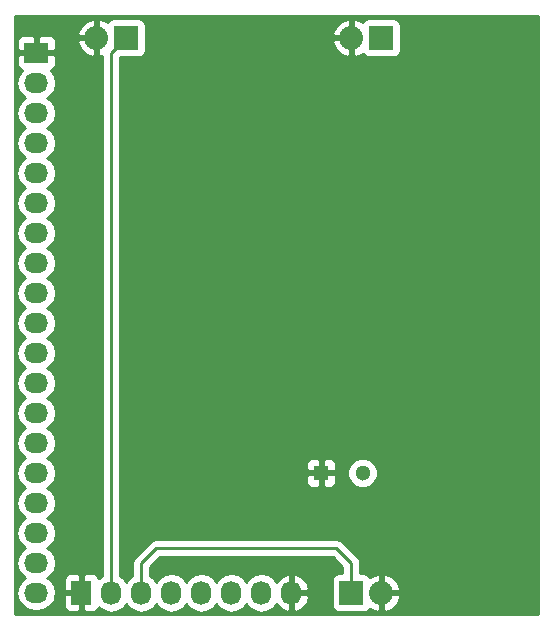
<source format=gbl>
G04 #@! TF.FileFunction,Copper,L2,Bot,Signal*
%FSLAX46Y46*%
G04 Gerber Fmt 4.6, Leading zero omitted, Abs format (unit mm)*
G04 Created by KiCad (PCBNEW 4.0.4+e1-6308~48~ubuntu16.04.1-stable) date Fri Dec  2 11:08:50 2016*
%MOMM*%
%LPD*%
G01*
G04 APERTURE LIST*
%ADD10C,0.100000*%
%ADD11R,2.032000X2.032000*%
%ADD12O,2.032000X2.032000*%
%ADD13R,1.727200X2.032000*%
%ADD14O,1.727200X2.032000*%
%ADD15R,2.032000X1.727200*%
%ADD16O,2.032000X1.727200*%
%ADD17C,1.300000*%
%ADD18R,1.300000X1.300000*%
%ADD19C,0.250000*%
%ADD20C,0.254000*%
G04 APERTURE END LIST*
D10*
D11*
X90170000Y-87630000D03*
D12*
X87630000Y-87630000D03*
D11*
X68580000Y-87630000D03*
D12*
X66040000Y-87630000D03*
D13*
X64770000Y-134620000D03*
D14*
X67310000Y-134620000D03*
X69850000Y-134620000D03*
X72390000Y-134620000D03*
X74930000Y-134620000D03*
X77470000Y-134620000D03*
X80010000Y-134620000D03*
X82550000Y-134620000D03*
D11*
X87630000Y-134620000D03*
D12*
X90170000Y-134620000D03*
D15*
X60960000Y-88900000D03*
D16*
X60960000Y-91440000D03*
X60960000Y-93980000D03*
X60960000Y-96520000D03*
X60960000Y-99060000D03*
X60960000Y-101600000D03*
X60960000Y-104140000D03*
X60960000Y-106680000D03*
X60960000Y-109220000D03*
X60960000Y-111760000D03*
X60960000Y-114300000D03*
X60960000Y-116840000D03*
X60960000Y-119380000D03*
X60960000Y-121920000D03*
X60960000Y-124460000D03*
X60960000Y-127000000D03*
X60960000Y-129540000D03*
X60960000Y-132080000D03*
X60960000Y-134620000D03*
D17*
X88590000Y-124460000D03*
D18*
X85090000Y-124460000D03*
D19*
X67310000Y-134620000D02*
X67310000Y-88900000D01*
X67310000Y-88900000D02*
X68580000Y-87630000D01*
X69850000Y-134620000D02*
X69850000Y-132080000D01*
X69850000Y-132080000D02*
X71120000Y-130810000D01*
X87630000Y-132080000D02*
X87630000Y-134620000D01*
X86360000Y-130810000D02*
X87630000Y-132080000D01*
X71120000Y-130810000D02*
X86360000Y-130810000D01*
D20*
G36*
X103430000Y-136450000D02*
X59130000Y-136450000D01*
X59130000Y-91440000D01*
X59276655Y-91440000D01*
X59390729Y-92013489D01*
X59715585Y-92499670D01*
X60030366Y-92710000D01*
X59715585Y-92920330D01*
X59390729Y-93406511D01*
X59276655Y-93980000D01*
X59390729Y-94553489D01*
X59715585Y-95039670D01*
X60030366Y-95250000D01*
X59715585Y-95460330D01*
X59390729Y-95946511D01*
X59276655Y-96520000D01*
X59390729Y-97093489D01*
X59715585Y-97579670D01*
X60030366Y-97790000D01*
X59715585Y-98000330D01*
X59390729Y-98486511D01*
X59276655Y-99060000D01*
X59390729Y-99633489D01*
X59715585Y-100119670D01*
X60030366Y-100330000D01*
X59715585Y-100540330D01*
X59390729Y-101026511D01*
X59276655Y-101600000D01*
X59390729Y-102173489D01*
X59715585Y-102659670D01*
X60030366Y-102870000D01*
X59715585Y-103080330D01*
X59390729Y-103566511D01*
X59276655Y-104140000D01*
X59390729Y-104713489D01*
X59715585Y-105199670D01*
X60030366Y-105410000D01*
X59715585Y-105620330D01*
X59390729Y-106106511D01*
X59276655Y-106680000D01*
X59390729Y-107253489D01*
X59715585Y-107739670D01*
X60030366Y-107950000D01*
X59715585Y-108160330D01*
X59390729Y-108646511D01*
X59276655Y-109220000D01*
X59390729Y-109793489D01*
X59715585Y-110279670D01*
X60030366Y-110490000D01*
X59715585Y-110700330D01*
X59390729Y-111186511D01*
X59276655Y-111760000D01*
X59390729Y-112333489D01*
X59715585Y-112819670D01*
X60030366Y-113030000D01*
X59715585Y-113240330D01*
X59390729Y-113726511D01*
X59276655Y-114300000D01*
X59390729Y-114873489D01*
X59715585Y-115359670D01*
X60030366Y-115570000D01*
X59715585Y-115780330D01*
X59390729Y-116266511D01*
X59276655Y-116840000D01*
X59390729Y-117413489D01*
X59715585Y-117899670D01*
X60030366Y-118110000D01*
X59715585Y-118320330D01*
X59390729Y-118806511D01*
X59276655Y-119380000D01*
X59390729Y-119953489D01*
X59715585Y-120439670D01*
X60030366Y-120650000D01*
X59715585Y-120860330D01*
X59390729Y-121346511D01*
X59276655Y-121920000D01*
X59390729Y-122493489D01*
X59715585Y-122979670D01*
X60030366Y-123190000D01*
X59715585Y-123400330D01*
X59390729Y-123886511D01*
X59276655Y-124460000D01*
X59390729Y-125033489D01*
X59715585Y-125519670D01*
X60030366Y-125730000D01*
X59715585Y-125940330D01*
X59390729Y-126426511D01*
X59276655Y-127000000D01*
X59390729Y-127573489D01*
X59715585Y-128059670D01*
X60030366Y-128270000D01*
X59715585Y-128480330D01*
X59390729Y-128966511D01*
X59276655Y-129540000D01*
X59390729Y-130113489D01*
X59715585Y-130599670D01*
X60030366Y-130810000D01*
X59715585Y-131020330D01*
X59390729Y-131506511D01*
X59276655Y-132080000D01*
X59390729Y-132653489D01*
X59715585Y-133139670D01*
X60030366Y-133350000D01*
X59715585Y-133560330D01*
X59390729Y-134046511D01*
X59276655Y-134620000D01*
X59390729Y-135193489D01*
X59715585Y-135679670D01*
X60201766Y-136004526D01*
X60775255Y-136118600D01*
X61144745Y-136118600D01*
X61718234Y-136004526D01*
X62204415Y-135679670D01*
X62529271Y-135193489D01*
X62586505Y-134905750D01*
X63271400Y-134905750D01*
X63271400Y-135762310D01*
X63368073Y-135995699D01*
X63546702Y-136174327D01*
X63780091Y-136271000D01*
X64484250Y-136271000D01*
X64643000Y-136112250D01*
X64643000Y-134747000D01*
X63430150Y-134747000D01*
X63271400Y-134905750D01*
X62586505Y-134905750D01*
X62643345Y-134620000D01*
X62529271Y-134046511D01*
X62204415Y-133560330D01*
X62080736Y-133477690D01*
X63271400Y-133477690D01*
X63271400Y-134334250D01*
X63430150Y-134493000D01*
X64643000Y-134493000D01*
X64643000Y-133127750D01*
X64897000Y-133127750D01*
X64897000Y-134493000D01*
X64917000Y-134493000D01*
X64917000Y-134747000D01*
X64897000Y-134747000D01*
X64897000Y-136112250D01*
X65055750Y-136271000D01*
X65759909Y-136271000D01*
X65993298Y-136174327D01*
X66171927Y-135995699D01*
X66235500Y-135842220D01*
X66250330Y-135864415D01*
X66736511Y-136189271D01*
X67310000Y-136303345D01*
X67883489Y-136189271D01*
X68369670Y-135864415D01*
X68580000Y-135549634D01*
X68790330Y-135864415D01*
X69276511Y-136189271D01*
X69850000Y-136303345D01*
X70423489Y-136189271D01*
X70909670Y-135864415D01*
X71120000Y-135549634D01*
X71330330Y-135864415D01*
X71816511Y-136189271D01*
X72390000Y-136303345D01*
X72963489Y-136189271D01*
X73449670Y-135864415D01*
X73660000Y-135549634D01*
X73870330Y-135864415D01*
X74356511Y-136189271D01*
X74930000Y-136303345D01*
X75503489Y-136189271D01*
X75989670Y-135864415D01*
X76200000Y-135549634D01*
X76410330Y-135864415D01*
X76896511Y-136189271D01*
X77470000Y-136303345D01*
X78043489Y-136189271D01*
X78529670Y-135864415D01*
X78740000Y-135549634D01*
X78950330Y-135864415D01*
X79436511Y-136189271D01*
X80010000Y-136303345D01*
X80583489Y-136189271D01*
X81069670Y-135864415D01*
X81276461Y-135554931D01*
X81647964Y-135970732D01*
X82175209Y-136224709D01*
X82190974Y-136227358D01*
X82423000Y-136106217D01*
X82423000Y-134747000D01*
X82677000Y-134747000D01*
X82677000Y-136106217D01*
X82909026Y-136227358D01*
X82924791Y-136224709D01*
X83452036Y-135970732D01*
X83841954Y-135534320D01*
X84035184Y-134981913D01*
X83890924Y-134747000D01*
X82677000Y-134747000D01*
X82423000Y-134747000D01*
X82403000Y-134747000D01*
X82403000Y-134493000D01*
X82423000Y-134493000D01*
X82423000Y-133133783D01*
X82677000Y-133133783D01*
X82677000Y-134493000D01*
X83890924Y-134493000D01*
X84035184Y-134258087D01*
X83841954Y-133705680D01*
X83452036Y-133269268D01*
X82924791Y-133015291D01*
X82909026Y-133012642D01*
X82677000Y-133133783D01*
X82423000Y-133133783D01*
X82190974Y-133012642D01*
X82175209Y-133015291D01*
X81647964Y-133269268D01*
X81276461Y-133685069D01*
X81069670Y-133375585D01*
X80583489Y-133050729D01*
X80010000Y-132936655D01*
X79436511Y-133050729D01*
X78950330Y-133375585D01*
X78740000Y-133690366D01*
X78529670Y-133375585D01*
X78043489Y-133050729D01*
X77470000Y-132936655D01*
X76896511Y-133050729D01*
X76410330Y-133375585D01*
X76200000Y-133690366D01*
X75989670Y-133375585D01*
X75503489Y-133050729D01*
X74930000Y-132936655D01*
X74356511Y-133050729D01*
X73870330Y-133375585D01*
X73660000Y-133690366D01*
X73449670Y-133375585D01*
X72963489Y-133050729D01*
X72390000Y-132936655D01*
X71816511Y-133050729D01*
X71330330Y-133375585D01*
X71120000Y-133690366D01*
X70909670Y-133375585D01*
X70610000Y-133175352D01*
X70610000Y-132394802D01*
X71434802Y-131570000D01*
X86045198Y-131570000D01*
X86870000Y-132394802D01*
X86870000Y-132956560D01*
X86614000Y-132956560D01*
X86378683Y-133000838D01*
X86162559Y-133139910D01*
X86017569Y-133352110D01*
X85966560Y-133604000D01*
X85966560Y-135636000D01*
X86010838Y-135871317D01*
X86149910Y-136087441D01*
X86362110Y-136232431D01*
X86614000Y-136283440D01*
X88646000Y-136283440D01*
X88881317Y-136239162D01*
X89097441Y-136100090D01*
X89197856Y-135953128D01*
X89201621Y-135957188D01*
X89787054Y-136225983D01*
X90043000Y-136107367D01*
X90043000Y-134747000D01*
X90297000Y-134747000D01*
X90297000Y-136107367D01*
X90552946Y-136225983D01*
X91138379Y-135957188D01*
X91576385Y-135484818D01*
X91775975Y-135002944D01*
X91656836Y-134747000D01*
X90297000Y-134747000D01*
X90043000Y-134747000D01*
X90023000Y-134747000D01*
X90023000Y-134493000D01*
X90043000Y-134493000D01*
X90043000Y-133132633D01*
X90297000Y-133132633D01*
X90297000Y-134493000D01*
X91656836Y-134493000D01*
X91775975Y-134237056D01*
X91576385Y-133755182D01*
X91138379Y-133282812D01*
X90552946Y-133014017D01*
X90297000Y-133132633D01*
X90043000Y-133132633D01*
X89787054Y-133014017D01*
X89201621Y-133282812D01*
X89197066Y-133287724D01*
X89110090Y-133152559D01*
X88897890Y-133007569D01*
X88646000Y-132956560D01*
X88390000Y-132956560D01*
X88390000Y-132080000D01*
X88332148Y-131789161D01*
X88332148Y-131789160D01*
X88167401Y-131542599D01*
X86897401Y-130272599D01*
X86650839Y-130107852D01*
X86360000Y-130050000D01*
X71120000Y-130050000D01*
X70829160Y-130107852D01*
X70582599Y-130272599D01*
X69312599Y-131542599D01*
X69147852Y-131789161D01*
X69090000Y-132080000D01*
X69090000Y-133175352D01*
X68790330Y-133375585D01*
X68580000Y-133690366D01*
X68369670Y-133375585D01*
X68070000Y-133175352D01*
X68070000Y-124745750D01*
X83805000Y-124745750D01*
X83805000Y-125236310D01*
X83901673Y-125469699D01*
X84080302Y-125648327D01*
X84313691Y-125745000D01*
X84804250Y-125745000D01*
X84963000Y-125586250D01*
X84963000Y-124587000D01*
X85217000Y-124587000D01*
X85217000Y-125586250D01*
X85375750Y-125745000D01*
X85866309Y-125745000D01*
X86099698Y-125648327D01*
X86278327Y-125469699D01*
X86375000Y-125236310D01*
X86375000Y-124745750D01*
X86343731Y-124714481D01*
X87304777Y-124714481D01*
X87499995Y-125186943D01*
X87861155Y-125548735D01*
X88333276Y-125744777D01*
X88844481Y-125745223D01*
X89316943Y-125550005D01*
X89678735Y-125188845D01*
X89874777Y-124716724D01*
X89875223Y-124205519D01*
X89680005Y-123733057D01*
X89318845Y-123371265D01*
X88846724Y-123175223D01*
X88335519Y-123174777D01*
X87863057Y-123369995D01*
X87501265Y-123731155D01*
X87305223Y-124203276D01*
X87304777Y-124714481D01*
X86343731Y-124714481D01*
X86216250Y-124587000D01*
X85217000Y-124587000D01*
X84963000Y-124587000D01*
X83963750Y-124587000D01*
X83805000Y-124745750D01*
X68070000Y-124745750D01*
X68070000Y-123683690D01*
X83805000Y-123683690D01*
X83805000Y-124174250D01*
X83963750Y-124333000D01*
X84963000Y-124333000D01*
X84963000Y-123333750D01*
X85217000Y-123333750D01*
X85217000Y-124333000D01*
X86216250Y-124333000D01*
X86375000Y-124174250D01*
X86375000Y-123683690D01*
X86278327Y-123450301D01*
X86099698Y-123271673D01*
X85866309Y-123175000D01*
X85375750Y-123175000D01*
X85217000Y-123333750D01*
X84963000Y-123333750D01*
X84804250Y-123175000D01*
X84313691Y-123175000D01*
X84080302Y-123271673D01*
X83901673Y-123450301D01*
X83805000Y-123683690D01*
X68070000Y-123683690D01*
X68070000Y-89293440D01*
X69596000Y-89293440D01*
X69831317Y-89249162D01*
X70047441Y-89110090D01*
X70192431Y-88897890D01*
X70243440Y-88646000D01*
X70243440Y-88012944D01*
X86024025Y-88012944D01*
X86223615Y-88494818D01*
X86661621Y-88967188D01*
X87247054Y-89235983D01*
X87503000Y-89117367D01*
X87503000Y-87757000D01*
X86143164Y-87757000D01*
X86024025Y-88012944D01*
X70243440Y-88012944D01*
X70243440Y-87247056D01*
X86024025Y-87247056D01*
X86143164Y-87503000D01*
X87503000Y-87503000D01*
X87503000Y-86142633D01*
X87757000Y-86142633D01*
X87757000Y-87503000D01*
X87777000Y-87503000D01*
X87777000Y-87757000D01*
X87757000Y-87757000D01*
X87757000Y-89117367D01*
X88012946Y-89235983D01*
X88598379Y-88967188D01*
X88602934Y-88962276D01*
X88689910Y-89097441D01*
X88902110Y-89242431D01*
X89154000Y-89293440D01*
X91186000Y-89293440D01*
X91421317Y-89249162D01*
X91637441Y-89110090D01*
X91782431Y-88897890D01*
X91833440Y-88646000D01*
X91833440Y-86614000D01*
X91789162Y-86378683D01*
X91650090Y-86162559D01*
X91437890Y-86017569D01*
X91186000Y-85966560D01*
X89154000Y-85966560D01*
X88918683Y-86010838D01*
X88702559Y-86149910D01*
X88602144Y-86296872D01*
X88598379Y-86292812D01*
X88012946Y-86024017D01*
X87757000Y-86142633D01*
X87503000Y-86142633D01*
X87247054Y-86024017D01*
X86661621Y-86292812D01*
X86223615Y-86765182D01*
X86024025Y-87247056D01*
X70243440Y-87247056D01*
X70243440Y-86614000D01*
X70199162Y-86378683D01*
X70060090Y-86162559D01*
X69847890Y-86017569D01*
X69596000Y-85966560D01*
X67564000Y-85966560D01*
X67328683Y-86010838D01*
X67112559Y-86149910D01*
X67012144Y-86296872D01*
X67008379Y-86292812D01*
X66422946Y-86024017D01*
X66167000Y-86142633D01*
X66167000Y-87503000D01*
X66187000Y-87503000D01*
X66187000Y-87757000D01*
X66167000Y-87757000D01*
X66167000Y-89117367D01*
X66422946Y-89235983D01*
X66550000Y-89177648D01*
X66550000Y-133175352D01*
X66250330Y-133375585D01*
X66235500Y-133397780D01*
X66171927Y-133244301D01*
X65993298Y-133065673D01*
X65759909Y-132969000D01*
X65055750Y-132969000D01*
X64897000Y-133127750D01*
X64643000Y-133127750D01*
X64484250Y-132969000D01*
X63780091Y-132969000D01*
X63546702Y-133065673D01*
X63368073Y-133244301D01*
X63271400Y-133477690D01*
X62080736Y-133477690D01*
X61889634Y-133350000D01*
X62204415Y-133139670D01*
X62529271Y-132653489D01*
X62643345Y-132080000D01*
X62529271Y-131506511D01*
X62204415Y-131020330D01*
X61889634Y-130810000D01*
X62204415Y-130599670D01*
X62529271Y-130113489D01*
X62643345Y-129540000D01*
X62529271Y-128966511D01*
X62204415Y-128480330D01*
X61889634Y-128270000D01*
X62204415Y-128059670D01*
X62529271Y-127573489D01*
X62643345Y-127000000D01*
X62529271Y-126426511D01*
X62204415Y-125940330D01*
X61889634Y-125730000D01*
X62204415Y-125519670D01*
X62529271Y-125033489D01*
X62643345Y-124460000D01*
X62529271Y-123886511D01*
X62204415Y-123400330D01*
X61889634Y-123190000D01*
X62204415Y-122979670D01*
X62529271Y-122493489D01*
X62643345Y-121920000D01*
X62529271Y-121346511D01*
X62204415Y-120860330D01*
X61889634Y-120650000D01*
X62204415Y-120439670D01*
X62529271Y-119953489D01*
X62643345Y-119380000D01*
X62529271Y-118806511D01*
X62204415Y-118320330D01*
X61889634Y-118110000D01*
X62204415Y-117899670D01*
X62529271Y-117413489D01*
X62643345Y-116840000D01*
X62529271Y-116266511D01*
X62204415Y-115780330D01*
X61889634Y-115570000D01*
X62204415Y-115359670D01*
X62529271Y-114873489D01*
X62643345Y-114300000D01*
X62529271Y-113726511D01*
X62204415Y-113240330D01*
X61889634Y-113030000D01*
X62204415Y-112819670D01*
X62529271Y-112333489D01*
X62643345Y-111760000D01*
X62529271Y-111186511D01*
X62204415Y-110700330D01*
X61889634Y-110490000D01*
X62204415Y-110279670D01*
X62529271Y-109793489D01*
X62643345Y-109220000D01*
X62529271Y-108646511D01*
X62204415Y-108160330D01*
X61889634Y-107950000D01*
X62204415Y-107739670D01*
X62529271Y-107253489D01*
X62643345Y-106680000D01*
X62529271Y-106106511D01*
X62204415Y-105620330D01*
X61889634Y-105410000D01*
X62204415Y-105199670D01*
X62529271Y-104713489D01*
X62643345Y-104140000D01*
X62529271Y-103566511D01*
X62204415Y-103080330D01*
X61889634Y-102870000D01*
X62204415Y-102659670D01*
X62529271Y-102173489D01*
X62643345Y-101600000D01*
X62529271Y-101026511D01*
X62204415Y-100540330D01*
X61889634Y-100330000D01*
X62204415Y-100119670D01*
X62529271Y-99633489D01*
X62643345Y-99060000D01*
X62529271Y-98486511D01*
X62204415Y-98000330D01*
X61889634Y-97790000D01*
X62204415Y-97579670D01*
X62529271Y-97093489D01*
X62643345Y-96520000D01*
X62529271Y-95946511D01*
X62204415Y-95460330D01*
X61889634Y-95250000D01*
X62204415Y-95039670D01*
X62529271Y-94553489D01*
X62643345Y-93980000D01*
X62529271Y-93406511D01*
X62204415Y-92920330D01*
X61889634Y-92710000D01*
X62204415Y-92499670D01*
X62529271Y-92013489D01*
X62643345Y-91440000D01*
X62529271Y-90866511D01*
X62204415Y-90380330D01*
X62182220Y-90365500D01*
X62335699Y-90301927D01*
X62514327Y-90123298D01*
X62611000Y-89889909D01*
X62611000Y-89185750D01*
X62452250Y-89027000D01*
X61087000Y-89027000D01*
X61087000Y-89047000D01*
X60833000Y-89047000D01*
X60833000Y-89027000D01*
X59467750Y-89027000D01*
X59309000Y-89185750D01*
X59309000Y-89889909D01*
X59405673Y-90123298D01*
X59584301Y-90301927D01*
X59737780Y-90365500D01*
X59715585Y-90380330D01*
X59390729Y-90866511D01*
X59276655Y-91440000D01*
X59130000Y-91440000D01*
X59130000Y-87910091D01*
X59309000Y-87910091D01*
X59309000Y-88614250D01*
X59467750Y-88773000D01*
X60833000Y-88773000D01*
X60833000Y-87560150D01*
X61087000Y-87560150D01*
X61087000Y-88773000D01*
X62452250Y-88773000D01*
X62611000Y-88614250D01*
X62611000Y-88012944D01*
X64434025Y-88012944D01*
X64633615Y-88494818D01*
X65071621Y-88967188D01*
X65657054Y-89235983D01*
X65913000Y-89117367D01*
X65913000Y-87757000D01*
X64553164Y-87757000D01*
X64434025Y-88012944D01*
X62611000Y-88012944D01*
X62611000Y-87910091D01*
X62514327Y-87676702D01*
X62335699Y-87498073D01*
X62102310Y-87401400D01*
X61245750Y-87401400D01*
X61087000Y-87560150D01*
X60833000Y-87560150D01*
X60674250Y-87401400D01*
X59817690Y-87401400D01*
X59584301Y-87498073D01*
X59405673Y-87676702D01*
X59309000Y-87910091D01*
X59130000Y-87910091D01*
X59130000Y-87247056D01*
X64434025Y-87247056D01*
X64553164Y-87503000D01*
X65913000Y-87503000D01*
X65913000Y-86142633D01*
X65657054Y-86024017D01*
X65071621Y-86292812D01*
X64633615Y-86765182D01*
X64434025Y-87247056D01*
X59130000Y-87247056D01*
X59130000Y-85800000D01*
X103430000Y-85800000D01*
X103430000Y-136450000D01*
X103430000Y-136450000D01*
G37*
X103430000Y-136450000D02*
X59130000Y-136450000D01*
X59130000Y-91440000D01*
X59276655Y-91440000D01*
X59390729Y-92013489D01*
X59715585Y-92499670D01*
X60030366Y-92710000D01*
X59715585Y-92920330D01*
X59390729Y-93406511D01*
X59276655Y-93980000D01*
X59390729Y-94553489D01*
X59715585Y-95039670D01*
X60030366Y-95250000D01*
X59715585Y-95460330D01*
X59390729Y-95946511D01*
X59276655Y-96520000D01*
X59390729Y-97093489D01*
X59715585Y-97579670D01*
X60030366Y-97790000D01*
X59715585Y-98000330D01*
X59390729Y-98486511D01*
X59276655Y-99060000D01*
X59390729Y-99633489D01*
X59715585Y-100119670D01*
X60030366Y-100330000D01*
X59715585Y-100540330D01*
X59390729Y-101026511D01*
X59276655Y-101600000D01*
X59390729Y-102173489D01*
X59715585Y-102659670D01*
X60030366Y-102870000D01*
X59715585Y-103080330D01*
X59390729Y-103566511D01*
X59276655Y-104140000D01*
X59390729Y-104713489D01*
X59715585Y-105199670D01*
X60030366Y-105410000D01*
X59715585Y-105620330D01*
X59390729Y-106106511D01*
X59276655Y-106680000D01*
X59390729Y-107253489D01*
X59715585Y-107739670D01*
X60030366Y-107950000D01*
X59715585Y-108160330D01*
X59390729Y-108646511D01*
X59276655Y-109220000D01*
X59390729Y-109793489D01*
X59715585Y-110279670D01*
X60030366Y-110490000D01*
X59715585Y-110700330D01*
X59390729Y-111186511D01*
X59276655Y-111760000D01*
X59390729Y-112333489D01*
X59715585Y-112819670D01*
X60030366Y-113030000D01*
X59715585Y-113240330D01*
X59390729Y-113726511D01*
X59276655Y-114300000D01*
X59390729Y-114873489D01*
X59715585Y-115359670D01*
X60030366Y-115570000D01*
X59715585Y-115780330D01*
X59390729Y-116266511D01*
X59276655Y-116840000D01*
X59390729Y-117413489D01*
X59715585Y-117899670D01*
X60030366Y-118110000D01*
X59715585Y-118320330D01*
X59390729Y-118806511D01*
X59276655Y-119380000D01*
X59390729Y-119953489D01*
X59715585Y-120439670D01*
X60030366Y-120650000D01*
X59715585Y-120860330D01*
X59390729Y-121346511D01*
X59276655Y-121920000D01*
X59390729Y-122493489D01*
X59715585Y-122979670D01*
X60030366Y-123190000D01*
X59715585Y-123400330D01*
X59390729Y-123886511D01*
X59276655Y-124460000D01*
X59390729Y-125033489D01*
X59715585Y-125519670D01*
X60030366Y-125730000D01*
X59715585Y-125940330D01*
X59390729Y-126426511D01*
X59276655Y-127000000D01*
X59390729Y-127573489D01*
X59715585Y-128059670D01*
X60030366Y-128270000D01*
X59715585Y-128480330D01*
X59390729Y-128966511D01*
X59276655Y-129540000D01*
X59390729Y-130113489D01*
X59715585Y-130599670D01*
X60030366Y-130810000D01*
X59715585Y-131020330D01*
X59390729Y-131506511D01*
X59276655Y-132080000D01*
X59390729Y-132653489D01*
X59715585Y-133139670D01*
X60030366Y-133350000D01*
X59715585Y-133560330D01*
X59390729Y-134046511D01*
X59276655Y-134620000D01*
X59390729Y-135193489D01*
X59715585Y-135679670D01*
X60201766Y-136004526D01*
X60775255Y-136118600D01*
X61144745Y-136118600D01*
X61718234Y-136004526D01*
X62204415Y-135679670D01*
X62529271Y-135193489D01*
X62586505Y-134905750D01*
X63271400Y-134905750D01*
X63271400Y-135762310D01*
X63368073Y-135995699D01*
X63546702Y-136174327D01*
X63780091Y-136271000D01*
X64484250Y-136271000D01*
X64643000Y-136112250D01*
X64643000Y-134747000D01*
X63430150Y-134747000D01*
X63271400Y-134905750D01*
X62586505Y-134905750D01*
X62643345Y-134620000D01*
X62529271Y-134046511D01*
X62204415Y-133560330D01*
X62080736Y-133477690D01*
X63271400Y-133477690D01*
X63271400Y-134334250D01*
X63430150Y-134493000D01*
X64643000Y-134493000D01*
X64643000Y-133127750D01*
X64897000Y-133127750D01*
X64897000Y-134493000D01*
X64917000Y-134493000D01*
X64917000Y-134747000D01*
X64897000Y-134747000D01*
X64897000Y-136112250D01*
X65055750Y-136271000D01*
X65759909Y-136271000D01*
X65993298Y-136174327D01*
X66171927Y-135995699D01*
X66235500Y-135842220D01*
X66250330Y-135864415D01*
X66736511Y-136189271D01*
X67310000Y-136303345D01*
X67883489Y-136189271D01*
X68369670Y-135864415D01*
X68580000Y-135549634D01*
X68790330Y-135864415D01*
X69276511Y-136189271D01*
X69850000Y-136303345D01*
X70423489Y-136189271D01*
X70909670Y-135864415D01*
X71120000Y-135549634D01*
X71330330Y-135864415D01*
X71816511Y-136189271D01*
X72390000Y-136303345D01*
X72963489Y-136189271D01*
X73449670Y-135864415D01*
X73660000Y-135549634D01*
X73870330Y-135864415D01*
X74356511Y-136189271D01*
X74930000Y-136303345D01*
X75503489Y-136189271D01*
X75989670Y-135864415D01*
X76200000Y-135549634D01*
X76410330Y-135864415D01*
X76896511Y-136189271D01*
X77470000Y-136303345D01*
X78043489Y-136189271D01*
X78529670Y-135864415D01*
X78740000Y-135549634D01*
X78950330Y-135864415D01*
X79436511Y-136189271D01*
X80010000Y-136303345D01*
X80583489Y-136189271D01*
X81069670Y-135864415D01*
X81276461Y-135554931D01*
X81647964Y-135970732D01*
X82175209Y-136224709D01*
X82190974Y-136227358D01*
X82423000Y-136106217D01*
X82423000Y-134747000D01*
X82677000Y-134747000D01*
X82677000Y-136106217D01*
X82909026Y-136227358D01*
X82924791Y-136224709D01*
X83452036Y-135970732D01*
X83841954Y-135534320D01*
X84035184Y-134981913D01*
X83890924Y-134747000D01*
X82677000Y-134747000D01*
X82423000Y-134747000D01*
X82403000Y-134747000D01*
X82403000Y-134493000D01*
X82423000Y-134493000D01*
X82423000Y-133133783D01*
X82677000Y-133133783D01*
X82677000Y-134493000D01*
X83890924Y-134493000D01*
X84035184Y-134258087D01*
X83841954Y-133705680D01*
X83452036Y-133269268D01*
X82924791Y-133015291D01*
X82909026Y-133012642D01*
X82677000Y-133133783D01*
X82423000Y-133133783D01*
X82190974Y-133012642D01*
X82175209Y-133015291D01*
X81647964Y-133269268D01*
X81276461Y-133685069D01*
X81069670Y-133375585D01*
X80583489Y-133050729D01*
X80010000Y-132936655D01*
X79436511Y-133050729D01*
X78950330Y-133375585D01*
X78740000Y-133690366D01*
X78529670Y-133375585D01*
X78043489Y-133050729D01*
X77470000Y-132936655D01*
X76896511Y-133050729D01*
X76410330Y-133375585D01*
X76200000Y-133690366D01*
X75989670Y-133375585D01*
X75503489Y-133050729D01*
X74930000Y-132936655D01*
X74356511Y-133050729D01*
X73870330Y-133375585D01*
X73660000Y-133690366D01*
X73449670Y-133375585D01*
X72963489Y-133050729D01*
X72390000Y-132936655D01*
X71816511Y-133050729D01*
X71330330Y-133375585D01*
X71120000Y-133690366D01*
X70909670Y-133375585D01*
X70610000Y-133175352D01*
X70610000Y-132394802D01*
X71434802Y-131570000D01*
X86045198Y-131570000D01*
X86870000Y-132394802D01*
X86870000Y-132956560D01*
X86614000Y-132956560D01*
X86378683Y-133000838D01*
X86162559Y-133139910D01*
X86017569Y-133352110D01*
X85966560Y-133604000D01*
X85966560Y-135636000D01*
X86010838Y-135871317D01*
X86149910Y-136087441D01*
X86362110Y-136232431D01*
X86614000Y-136283440D01*
X88646000Y-136283440D01*
X88881317Y-136239162D01*
X89097441Y-136100090D01*
X89197856Y-135953128D01*
X89201621Y-135957188D01*
X89787054Y-136225983D01*
X90043000Y-136107367D01*
X90043000Y-134747000D01*
X90297000Y-134747000D01*
X90297000Y-136107367D01*
X90552946Y-136225983D01*
X91138379Y-135957188D01*
X91576385Y-135484818D01*
X91775975Y-135002944D01*
X91656836Y-134747000D01*
X90297000Y-134747000D01*
X90043000Y-134747000D01*
X90023000Y-134747000D01*
X90023000Y-134493000D01*
X90043000Y-134493000D01*
X90043000Y-133132633D01*
X90297000Y-133132633D01*
X90297000Y-134493000D01*
X91656836Y-134493000D01*
X91775975Y-134237056D01*
X91576385Y-133755182D01*
X91138379Y-133282812D01*
X90552946Y-133014017D01*
X90297000Y-133132633D01*
X90043000Y-133132633D01*
X89787054Y-133014017D01*
X89201621Y-133282812D01*
X89197066Y-133287724D01*
X89110090Y-133152559D01*
X88897890Y-133007569D01*
X88646000Y-132956560D01*
X88390000Y-132956560D01*
X88390000Y-132080000D01*
X88332148Y-131789161D01*
X88332148Y-131789160D01*
X88167401Y-131542599D01*
X86897401Y-130272599D01*
X86650839Y-130107852D01*
X86360000Y-130050000D01*
X71120000Y-130050000D01*
X70829160Y-130107852D01*
X70582599Y-130272599D01*
X69312599Y-131542599D01*
X69147852Y-131789161D01*
X69090000Y-132080000D01*
X69090000Y-133175352D01*
X68790330Y-133375585D01*
X68580000Y-133690366D01*
X68369670Y-133375585D01*
X68070000Y-133175352D01*
X68070000Y-124745750D01*
X83805000Y-124745750D01*
X83805000Y-125236310D01*
X83901673Y-125469699D01*
X84080302Y-125648327D01*
X84313691Y-125745000D01*
X84804250Y-125745000D01*
X84963000Y-125586250D01*
X84963000Y-124587000D01*
X85217000Y-124587000D01*
X85217000Y-125586250D01*
X85375750Y-125745000D01*
X85866309Y-125745000D01*
X86099698Y-125648327D01*
X86278327Y-125469699D01*
X86375000Y-125236310D01*
X86375000Y-124745750D01*
X86343731Y-124714481D01*
X87304777Y-124714481D01*
X87499995Y-125186943D01*
X87861155Y-125548735D01*
X88333276Y-125744777D01*
X88844481Y-125745223D01*
X89316943Y-125550005D01*
X89678735Y-125188845D01*
X89874777Y-124716724D01*
X89875223Y-124205519D01*
X89680005Y-123733057D01*
X89318845Y-123371265D01*
X88846724Y-123175223D01*
X88335519Y-123174777D01*
X87863057Y-123369995D01*
X87501265Y-123731155D01*
X87305223Y-124203276D01*
X87304777Y-124714481D01*
X86343731Y-124714481D01*
X86216250Y-124587000D01*
X85217000Y-124587000D01*
X84963000Y-124587000D01*
X83963750Y-124587000D01*
X83805000Y-124745750D01*
X68070000Y-124745750D01*
X68070000Y-123683690D01*
X83805000Y-123683690D01*
X83805000Y-124174250D01*
X83963750Y-124333000D01*
X84963000Y-124333000D01*
X84963000Y-123333750D01*
X85217000Y-123333750D01*
X85217000Y-124333000D01*
X86216250Y-124333000D01*
X86375000Y-124174250D01*
X86375000Y-123683690D01*
X86278327Y-123450301D01*
X86099698Y-123271673D01*
X85866309Y-123175000D01*
X85375750Y-123175000D01*
X85217000Y-123333750D01*
X84963000Y-123333750D01*
X84804250Y-123175000D01*
X84313691Y-123175000D01*
X84080302Y-123271673D01*
X83901673Y-123450301D01*
X83805000Y-123683690D01*
X68070000Y-123683690D01*
X68070000Y-89293440D01*
X69596000Y-89293440D01*
X69831317Y-89249162D01*
X70047441Y-89110090D01*
X70192431Y-88897890D01*
X70243440Y-88646000D01*
X70243440Y-88012944D01*
X86024025Y-88012944D01*
X86223615Y-88494818D01*
X86661621Y-88967188D01*
X87247054Y-89235983D01*
X87503000Y-89117367D01*
X87503000Y-87757000D01*
X86143164Y-87757000D01*
X86024025Y-88012944D01*
X70243440Y-88012944D01*
X70243440Y-87247056D01*
X86024025Y-87247056D01*
X86143164Y-87503000D01*
X87503000Y-87503000D01*
X87503000Y-86142633D01*
X87757000Y-86142633D01*
X87757000Y-87503000D01*
X87777000Y-87503000D01*
X87777000Y-87757000D01*
X87757000Y-87757000D01*
X87757000Y-89117367D01*
X88012946Y-89235983D01*
X88598379Y-88967188D01*
X88602934Y-88962276D01*
X88689910Y-89097441D01*
X88902110Y-89242431D01*
X89154000Y-89293440D01*
X91186000Y-89293440D01*
X91421317Y-89249162D01*
X91637441Y-89110090D01*
X91782431Y-88897890D01*
X91833440Y-88646000D01*
X91833440Y-86614000D01*
X91789162Y-86378683D01*
X91650090Y-86162559D01*
X91437890Y-86017569D01*
X91186000Y-85966560D01*
X89154000Y-85966560D01*
X88918683Y-86010838D01*
X88702559Y-86149910D01*
X88602144Y-86296872D01*
X88598379Y-86292812D01*
X88012946Y-86024017D01*
X87757000Y-86142633D01*
X87503000Y-86142633D01*
X87247054Y-86024017D01*
X86661621Y-86292812D01*
X86223615Y-86765182D01*
X86024025Y-87247056D01*
X70243440Y-87247056D01*
X70243440Y-86614000D01*
X70199162Y-86378683D01*
X70060090Y-86162559D01*
X69847890Y-86017569D01*
X69596000Y-85966560D01*
X67564000Y-85966560D01*
X67328683Y-86010838D01*
X67112559Y-86149910D01*
X67012144Y-86296872D01*
X67008379Y-86292812D01*
X66422946Y-86024017D01*
X66167000Y-86142633D01*
X66167000Y-87503000D01*
X66187000Y-87503000D01*
X66187000Y-87757000D01*
X66167000Y-87757000D01*
X66167000Y-89117367D01*
X66422946Y-89235983D01*
X66550000Y-89177648D01*
X66550000Y-133175352D01*
X66250330Y-133375585D01*
X66235500Y-133397780D01*
X66171927Y-133244301D01*
X65993298Y-133065673D01*
X65759909Y-132969000D01*
X65055750Y-132969000D01*
X64897000Y-133127750D01*
X64643000Y-133127750D01*
X64484250Y-132969000D01*
X63780091Y-132969000D01*
X63546702Y-133065673D01*
X63368073Y-133244301D01*
X63271400Y-133477690D01*
X62080736Y-133477690D01*
X61889634Y-133350000D01*
X62204415Y-133139670D01*
X62529271Y-132653489D01*
X62643345Y-132080000D01*
X62529271Y-131506511D01*
X62204415Y-131020330D01*
X61889634Y-130810000D01*
X62204415Y-130599670D01*
X62529271Y-130113489D01*
X62643345Y-129540000D01*
X62529271Y-128966511D01*
X62204415Y-128480330D01*
X61889634Y-128270000D01*
X62204415Y-128059670D01*
X62529271Y-127573489D01*
X62643345Y-127000000D01*
X62529271Y-126426511D01*
X62204415Y-125940330D01*
X61889634Y-125730000D01*
X62204415Y-125519670D01*
X62529271Y-125033489D01*
X62643345Y-124460000D01*
X62529271Y-123886511D01*
X62204415Y-123400330D01*
X61889634Y-123190000D01*
X62204415Y-122979670D01*
X62529271Y-122493489D01*
X62643345Y-121920000D01*
X62529271Y-121346511D01*
X62204415Y-120860330D01*
X61889634Y-120650000D01*
X62204415Y-120439670D01*
X62529271Y-119953489D01*
X62643345Y-119380000D01*
X62529271Y-118806511D01*
X62204415Y-118320330D01*
X61889634Y-118110000D01*
X62204415Y-117899670D01*
X62529271Y-117413489D01*
X62643345Y-116840000D01*
X62529271Y-116266511D01*
X62204415Y-115780330D01*
X61889634Y-115570000D01*
X62204415Y-115359670D01*
X62529271Y-114873489D01*
X62643345Y-114300000D01*
X62529271Y-113726511D01*
X62204415Y-113240330D01*
X61889634Y-113030000D01*
X62204415Y-112819670D01*
X62529271Y-112333489D01*
X62643345Y-111760000D01*
X62529271Y-111186511D01*
X62204415Y-110700330D01*
X61889634Y-110490000D01*
X62204415Y-110279670D01*
X62529271Y-109793489D01*
X62643345Y-109220000D01*
X62529271Y-108646511D01*
X62204415Y-108160330D01*
X61889634Y-107950000D01*
X62204415Y-107739670D01*
X62529271Y-107253489D01*
X62643345Y-106680000D01*
X62529271Y-106106511D01*
X62204415Y-105620330D01*
X61889634Y-105410000D01*
X62204415Y-105199670D01*
X62529271Y-104713489D01*
X62643345Y-104140000D01*
X62529271Y-103566511D01*
X62204415Y-103080330D01*
X61889634Y-102870000D01*
X62204415Y-102659670D01*
X62529271Y-102173489D01*
X62643345Y-101600000D01*
X62529271Y-101026511D01*
X62204415Y-100540330D01*
X61889634Y-100330000D01*
X62204415Y-100119670D01*
X62529271Y-99633489D01*
X62643345Y-99060000D01*
X62529271Y-98486511D01*
X62204415Y-98000330D01*
X61889634Y-97790000D01*
X62204415Y-97579670D01*
X62529271Y-97093489D01*
X62643345Y-96520000D01*
X62529271Y-95946511D01*
X62204415Y-95460330D01*
X61889634Y-95250000D01*
X62204415Y-95039670D01*
X62529271Y-94553489D01*
X62643345Y-93980000D01*
X62529271Y-93406511D01*
X62204415Y-92920330D01*
X61889634Y-92710000D01*
X62204415Y-92499670D01*
X62529271Y-92013489D01*
X62643345Y-91440000D01*
X62529271Y-90866511D01*
X62204415Y-90380330D01*
X62182220Y-90365500D01*
X62335699Y-90301927D01*
X62514327Y-90123298D01*
X62611000Y-89889909D01*
X62611000Y-89185750D01*
X62452250Y-89027000D01*
X61087000Y-89027000D01*
X61087000Y-89047000D01*
X60833000Y-89047000D01*
X60833000Y-89027000D01*
X59467750Y-89027000D01*
X59309000Y-89185750D01*
X59309000Y-89889909D01*
X59405673Y-90123298D01*
X59584301Y-90301927D01*
X59737780Y-90365500D01*
X59715585Y-90380330D01*
X59390729Y-90866511D01*
X59276655Y-91440000D01*
X59130000Y-91440000D01*
X59130000Y-87910091D01*
X59309000Y-87910091D01*
X59309000Y-88614250D01*
X59467750Y-88773000D01*
X60833000Y-88773000D01*
X60833000Y-87560150D01*
X61087000Y-87560150D01*
X61087000Y-88773000D01*
X62452250Y-88773000D01*
X62611000Y-88614250D01*
X62611000Y-88012944D01*
X64434025Y-88012944D01*
X64633615Y-88494818D01*
X65071621Y-88967188D01*
X65657054Y-89235983D01*
X65913000Y-89117367D01*
X65913000Y-87757000D01*
X64553164Y-87757000D01*
X64434025Y-88012944D01*
X62611000Y-88012944D01*
X62611000Y-87910091D01*
X62514327Y-87676702D01*
X62335699Y-87498073D01*
X62102310Y-87401400D01*
X61245750Y-87401400D01*
X61087000Y-87560150D01*
X60833000Y-87560150D01*
X60674250Y-87401400D01*
X59817690Y-87401400D01*
X59584301Y-87498073D01*
X59405673Y-87676702D01*
X59309000Y-87910091D01*
X59130000Y-87910091D01*
X59130000Y-87247056D01*
X64434025Y-87247056D01*
X64553164Y-87503000D01*
X65913000Y-87503000D01*
X65913000Y-86142633D01*
X65657054Y-86024017D01*
X65071621Y-86292812D01*
X64633615Y-86765182D01*
X64434025Y-87247056D01*
X59130000Y-87247056D01*
X59130000Y-85800000D01*
X103430000Y-85800000D01*
X103430000Y-136450000D01*
M02*

</source>
